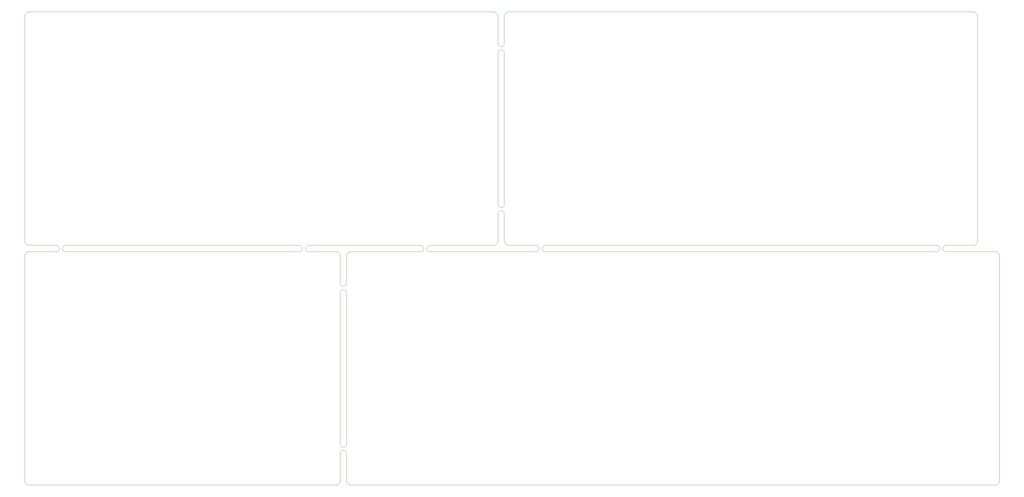
<source format=gbr>
G75*
G70*
%OFA0B0*%
%FSLAX24Y24*%
%IPPOS*%
%LPD*%
%AMOC8*
5,1,8,0,0,1.08239X$1,22.5*
%
%ADD10C,0.0039*%
D10*
X005087Y003472D02*
X043276Y003472D01*
X043322Y003474D01*
X043368Y003479D01*
X043414Y003488D01*
X043459Y003501D01*
X043502Y003517D01*
X043544Y003536D01*
X043585Y003559D01*
X043623Y003585D01*
X043660Y003614D01*
X043694Y003645D01*
X043725Y003679D01*
X043754Y003716D01*
X043780Y003754D01*
X043803Y003795D01*
X043822Y003837D01*
X043838Y003880D01*
X043851Y003925D01*
X043860Y003971D01*
X043865Y004017D01*
X043867Y004063D01*
X043866Y004063D02*
X043866Y007409D01*
X044260Y007803D02*
X044299Y007801D01*
X044337Y007795D01*
X044374Y007786D01*
X044411Y007773D01*
X044446Y007756D01*
X044479Y007737D01*
X044510Y007714D01*
X044539Y007688D01*
X044565Y007659D01*
X044588Y007628D01*
X044607Y007595D01*
X044624Y007560D01*
X044637Y007523D01*
X044646Y007486D01*
X044652Y007448D01*
X044654Y007409D01*
X044654Y004063D01*
X044653Y004063D02*
X044655Y004017D01*
X044660Y003971D01*
X044669Y003925D01*
X044682Y003880D01*
X044698Y003837D01*
X044717Y003795D01*
X044740Y003754D01*
X044766Y003716D01*
X044795Y003679D01*
X044826Y003645D01*
X044860Y003614D01*
X044897Y003585D01*
X044935Y003559D01*
X044976Y003536D01*
X045018Y003517D01*
X045061Y003501D01*
X045106Y003488D01*
X045152Y003479D01*
X045198Y003474D01*
X045244Y003472D01*
X125559Y003472D01*
X125605Y003474D01*
X125651Y003479D01*
X125697Y003488D01*
X125742Y003501D01*
X125785Y003517D01*
X125827Y003536D01*
X125868Y003559D01*
X125906Y003585D01*
X125943Y003614D01*
X125977Y003645D01*
X126008Y003679D01*
X126037Y003716D01*
X126063Y003754D01*
X126086Y003795D01*
X126105Y003837D01*
X126121Y003880D01*
X126134Y003925D01*
X126143Y003971D01*
X126148Y004017D01*
X126150Y004063D01*
X126150Y032015D01*
X126148Y032061D01*
X126143Y032107D01*
X126134Y032153D01*
X126121Y032198D01*
X126105Y032241D01*
X126086Y032283D01*
X126063Y032324D01*
X126037Y032362D01*
X126008Y032399D01*
X125977Y032433D01*
X125943Y032464D01*
X125906Y032493D01*
X125868Y032519D01*
X125827Y032542D01*
X125785Y032561D01*
X125742Y032577D01*
X125697Y032590D01*
X125651Y032599D01*
X125605Y032604D01*
X125559Y032606D01*
X119457Y032606D01*
X119063Y033000D02*
X119065Y033039D01*
X119071Y033077D01*
X119080Y033114D01*
X119093Y033151D01*
X119110Y033186D01*
X119129Y033219D01*
X119152Y033250D01*
X119178Y033279D01*
X119207Y033305D01*
X119238Y033328D01*
X119271Y033347D01*
X119306Y033364D01*
X119343Y033377D01*
X119380Y033386D01*
X119418Y033392D01*
X119457Y033394D01*
X119457Y033393D02*
X122803Y033393D01*
X122849Y033395D01*
X122895Y033400D01*
X122941Y033409D01*
X122986Y033422D01*
X123029Y033438D01*
X123071Y033457D01*
X123112Y033480D01*
X123150Y033506D01*
X123187Y033535D01*
X123221Y033566D01*
X123252Y033600D01*
X123281Y033637D01*
X123307Y033675D01*
X123330Y033716D01*
X123349Y033758D01*
X123365Y033801D01*
X123378Y033846D01*
X123387Y033892D01*
X123392Y033938D01*
X123394Y033984D01*
X123394Y061937D01*
X123392Y061983D01*
X123387Y062029D01*
X123378Y062075D01*
X123365Y062120D01*
X123349Y062163D01*
X123330Y062205D01*
X123307Y062246D01*
X123281Y062284D01*
X123252Y062321D01*
X123221Y062355D01*
X123187Y062386D01*
X123150Y062415D01*
X123112Y062441D01*
X123071Y062464D01*
X123029Y062483D01*
X122986Y062499D01*
X122941Y062512D01*
X122895Y062521D01*
X122849Y062526D01*
X122803Y062528D01*
X122803Y062527D02*
X064929Y062527D01*
X064929Y062528D02*
X064883Y062526D01*
X064837Y062521D01*
X064791Y062512D01*
X064746Y062499D01*
X064703Y062483D01*
X064661Y062464D01*
X064620Y062441D01*
X064582Y062415D01*
X064545Y062386D01*
X064511Y062355D01*
X064480Y062321D01*
X064451Y062284D01*
X064425Y062246D01*
X064402Y062205D01*
X064383Y062163D01*
X064367Y062120D01*
X064354Y062075D01*
X064345Y062029D01*
X064340Y061983D01*
X064338Y061937D01*
X064339Y061937D02*
X064339Y058590D01*
X063945Y058196D02*
X063906Y058198D01*
X063868Y058204D01*
X063831Y058213D01*
X063794Y058226D01*
X063759Y058243D01*
X063726Y058262D01*
X063695Y058285D01*
X063666Y058311D01*
X063640Y058340D01*
X063617Y058371D01*
X063598Y058404D01*
X063581Y058439D01*
X063568Y058476D01*
X063559Y058513D01*
X063553Y058551D01*
X063551Y058590D01*
X063551Y061937D01*
X063552Y061937D02*
X063550Y061983D01*
X063545Y062029D01*
X063536Y062075D01*
X063523Y062120D01*
X063507Y062163D01*
X063488Y062205D01*
X063465Y062246D01*
X063439Y062284D01*
X063410Y062321D01*
X063379Y062355D01*
X063345Y062386D01*
X063308Y062415D01*
X063270Y062441D01*
X063229Y062464D01*
X063187Y062483D01*
X063144Y062499D01*
X063099Y062512D01*
X063053Y062521D01*
X063007Y062526D01*
X062961Y062528D01*
X062961Y062527D02*
X005087Y062527D01*
X005087Y062528D02*
X005041Y062526D01*
X004995Y062521D01*
X004949Y062512D01*
X004904Y062499D01*
X004861Y062483D01*
X004819Y062464D01*
X004778Y062441D01*
X004740Y062415D01*
X004703Y062386D01*
X004669Y062355D01*
X004638Y062321D01*
X004609Y062284D01*
X004583Y062246D01*
X004560Y062205D01*
X004541Y062163D01*
X004525Y062120D01*
X004512Y062075D01*
X004503Y062029D01*
X004498Y061983D01*
X004496Y061937D01*
X004496Y033984D01*
X004498Y033938D01*
X004503Y033892D01*
X004512Y033846D01*
X004525Y033801D01*
X004541Y033758D01*
X004560Y033716D01*
X004583Y033675D01*
X004609Y033637D01*
X004638Y033600D01*
X004669Y033566D01*
X004703Y033535D01*
X004740Y033506D01*
X004778Y033480D01*
X004819Y033457D01*
X004861Y033438D01*
X004904Y033422D01*
X004949Y033409D01*
X004995Y033400D01*
X005041Y033395D01*
X005087Y033393D01*
X008433Y033393D01*
X008827Y033000D02*
X008825Y032961D01*
X008819Y032923D01*
X008810Y032886D01*
X008797Y032849D01*
X008780Y032814D01*
X008761Y032781D01*
X008738Y032750D01*
X008712Y032721D01*
X008683Y032695D01*
X008652Y032672D01*
X008619Y032653D01*
X008584Y032636D01*
X008547Y032623D01*
X008510Y032614D01*
X008472Y032608D01*
X008433Y032606D01*
X005087Y032606D01*
X005041Y032604D01*
X004995Y032599D01*
X004949Y032590D01*
X004904Y032577D01*
X004861Y032561D01*
X004819Y032542D01*
X004778Y032519D01*
X004740Y032493D01*
X004703Y032464D01*
X004669Y032433D01*
X004638Y032399D01*
X004609Y032362D01*
X004583Y032324D01*
X004560Y032283D01*
X004541Y032241D01*
X004525Y032198D01*
X004512Y032153D01*
X004503Y032107D01*
X004498Y032061D01*
X004496Y032015D01*
X004496Y004063D01*
X004498Y004017D01*
X004503Y003971D01*
X004512Y003925D01*
X004525Y003880D01*
X004541Y003837D01*
X004560Y003795D01*
X004583Y003754D01*
X004609Y003716D01*
X004638Y003679D01*
X004669Y003645D01*
X004703Y003614D01*
X004740Y003585D01*
X004778Y003559D01*
X004819Y003536D01*
X004861Y003517D01*
X004904Y003501D01*
X004949Y003488D01*
X004995Y003479D01*
X005041Y003474D01*
X005087Y003472D01*
X043866Y008590D02*
X043866Y027488D01*
X044260Y027882D02*
X044299Y027880D01*
X044337Y027874D01*
X044374Y027865D01*
X044411Y027852D01*
X044446Y027835D01*
X044479Y027816D01*
X044510Y027793D01*
X044539Y027767D01*
X044565Y027738D01*
X044588Y027707D01*
X044607Y027674D01*
X044624Y027639D01*
X044637Y027602D01*
X044646Y027565D01*
X044652Y027527D01*
X044654Y027488D01*
X044654Y008590D01*
X044260Y008196D02*
X044221Y008198D01*
X044183Y008204D01*
X044146Y008213D01*
X044109Y008226D01*
X044074Y008243D01*
X044041Y008262D01*
X044010Y008285D01*
X043981Y008311D01*
X043955Y008340D01*
X043932Y008371D01*
X043913Y008404D01*
X043896Y008439D01*
X043883Y008476D01*
X043874Y008513D01*
X043868Y008551D01*
X043866Y008590D01*
X044260Y008196D02*
X044299Y008198D01*
X044337Y008204D01*
X044374Y008213D01*
X044411Y008226D01*
X044446Y008243D01*
X044479Y008262D01*
X044510Y008285D01*
X044539Y008311D01*
X044565Y008340D01*
X044588Y008371D01*
X044607Y008404D01*
X044624Y008439D01*
X044637Y008476D01*
X044646Y008513D01*
X044652Y008551D01*
X044654Y008590D01*
X044260Y007803D02*
X044221Y007801D01*
X044183Y007795D01*
X044146Y007786D01*
X044109Y007773D01*
X044074Y007756D01*
X044041Y007737D01*
X044010Y007714D01*
X043981Y007688D01*
X043955Y007659D01*
X043932Y007628D01*
X043913Y007595D01*
X043896Y007560D01*
X043883Y007523D01*
X043874Y007486D01*
X043868Y007448D01*
X043866Y007409D01*
X043866Y027488D02*
X043868Y027527D01*
X043874Y027565D01*
X043883Y027602D01*
X043896Y027639D01*
X043913Y027674D01*
X043932Y027707D01*
X043955Y027738D01*
X043981Y027767D01*
X044010Y027793D01*
X044041Y027816D01*
X044074Y027835D01*
X044109Y027852D01*
X044146Y027865D01*
X044183Y027874D01*
X044221Y027880D01*
X044260Y027882D01*
X044260Y028275D02*
X044221Y028277D01*
X044183Y028283D01*
X044146Y028292D01*
X044109Y028305D01*
X044074Y028322D01*
X044041Y028341D01*
X044010Y028364D01*
X043981Y028390D01*
X043955Y028419D01*
X043932Y028450D01*
X043913Y028483D01*
X043896Y028518D01*
X043883Y028555D01*
X043874Y028592D01*
X043868Y028630D01*
X043866Y028669D01*
X043866Y032015D01*
X043867Y032015D02*
X043865Y032061D01*
X043860Y032107D01*
X043851Y032153D01*
X043838Y032198D01*
X043822Y032241D01*
X043803Y032283D01*
X043780Y032324D01*
X043754Y032362D01*
X043725Y032399D01*
X043694Y032433D01*
X043660Y032464D01*
X043623Y032493D01*
X043585Y032519D01*
X043544Y032542D01*
X043502Y032561D01*
X043459Y032577D01*
X043414Y032590D01*
X043368Y032599D01*
X043322Y032604D01*
X043276Y032606D01*
X039929Y032606D01*
X039535Y033000D02*
X039537Y033039D01*
X039543Y033077D01*
X039552Y033114D01*
X039565Y033151D01*
X039582Y033186D01*
X039601Y033219D01*
X039624Y033250D01*
X039650Y033279D01*
X039679Y033305D01*
X039710Y033328D01*
X039743Y033347D01*
X039778Y033364D01*
X039815Y033377D01*
X039852Y033386D01*
X039890Y033392D01*
X039929Y033394D01*
X039929Y033393D02*
X053906Y033393D01*
X054300Y033000D02*
X054298Y032961D01*
X054292Y032923D01*
X054283Y032886D01*
X054270Y032849D01*
X054253Y032814D01*
X054234Y032781D01*
X054211Y032750D01*
X054185Y032721D01*
X054156Y032695D01*
X054125Y032672D01*
X054092Y032653D01*
X054057Y032636D01*
X054020Y032623D01*
X053983Y032614D01*
X053945Y032608D01*
X053906Y032606D01*
X045244Y032606D01*
X045198Y032604D01*
X045152Y032599D01*
X045106Y032590D01*
X045061Y032577D01*
X045018Y032561D01*
X044976Y032542D01*
X044935Y032519D01*
X044897Y032493D01*
X044860Y032464D01*
X044826Y032433D01*
X044795Y032399D01*
X044766Y032362D01*
X044740Y032324D01*
X044717Y032283D01*
X044698Y032241D01*
X044682Y032198D01*
X044669Y032153D01*
X044660Y032107D01*
X044655Y032061D01*
X044653Y032015D01*
X044654Y032015D02*
X044654Y028669D01*
X044652Y028630D01*
X044646Y028592D01*
X044637Y028555D01*
X044624Y028518D01*
X044607Y028483D01*
X044588Y028450D01*
X044565Y028419D01*
X044539Y028390D01*
X044510Y028364D01*
X044479Y028341D01*
X044446Y028322D01*
X044411Y028305D01*
X044374Y028292D01*
X044337Y028283D01*
X044299Y028277D01*
X044260Y028275D01*
X038748Y032606D02*
X009614Y032606D01*
X009220Y033000D02*
X009222Y033039D01*
X009228Y033077D01*
X009237Y033114D01*
X009250Y033151D01*
X009267Y033186D01*
X009286Y033219D01*
X009309Y033250D01*
X009335Y033279D01*
X009364Y033305D01*
X009395Y033328D01*
X009428Y033347D01*
X009463Y033364D01*
X009500Y033377D01*
X009537Y033386D01*
X009575Y033392D01*
X009614Y033394D01*
X009614Y033393D02*
X038748Y033393D01*
X039142Y033000D02*
X039140Y032961D01*
X039134Y032923D01*
X039125Y032886D01*
X039112Y032849D01*
X039095Y032814D01*
X039076Y032781D01*
X039053Y032750D01*
X039027Y032721D01*
X038998Y032695D01*
X038967Y032672D01*
X038934Y032653D01*
X038899Y032636D01*
X038862Y032623D01*
X038825Y032614D01*
X038787Y032608D01*
X038748Y032606D01*
X039142Y033000D02*
X039140Y033039D01*
X039134Y033077D01*
X039125Y033114D01*
X039112Y033151D01*
X039095Y033186D01*
X039076Y033219D01*
X039053Y033250D01*
X039027Y033279D01*
X038998Y033305D01*
X038967Y033328D01*
X038934Y033347D01*
X038899Y033364D01*
X038862Y033377D01*
X038825Y033386D01*
X038787Y033392D01*
X038748Y033394D01*
X039535Y033000D02*
X039537Y032961D01*
X039543Y032923D01*
X039552Y032886D01*
X039565Y032849D01*
X039582Y032814D01*
X039601Y032781D01*
X039624Y032750D01*
X039650Y032721D01*
X039679Y032695D01*
X039710Y032672D01*
X039743Y032653D01*
X039778Y032636D01*
X039815Y032623D01*
X039852Y032614D01*
X039890Y032608D01*
X039929Y032606D01*
X053906Y033394D02*
X053945Y033392D01*
X053983Y033386D01*
X054020Y033377D01*
X054057Y033364D01*
X054092Y033347D01*
X054125Y033328D01*
X054156Y033305D01*
X054185Y033279D01*
X054211Y033250D01*
X054234Y033219D01*
X054253Y033186D01*
X054270Y033151D01*
X054283Y033114D01*
X054292Y033077D01*
X054298Y033039D01*
X054300Y033000D01*
X054693Y033000D02*
X054695Y033039D01*
X054701Y033077D01*
X054710Y033114D01*
X054723Y033151D01*
X054740Y033186D01*
X054759Y033219D01*
X054782Y033250D01*
X054808Y033279D01*
X054837Y033305D01*
X054868Y033328D01*
X054901Y033347D01*
X054936Y033364D01*
X054973Y033377D01*
X055010Y033386D01*
X055048Y033392D01*
X055087Y033394D01*
X055087Y033393D02*
X062961Y033393D01*
X063007Y033395D01*
X063053Y033400D01*
X063099Y033409D01*
X063144Y033422D01*
X063187Y033438D01*
X063229Y033457D01*
X063270Y033480D01*
X063308Y033506D01*
X063345Y033535D01*
X063379Y033566D01*
X063410Y033600D01*
X063439Y033637D01*
X063465Y033675D01*
X063488Y033716D01*
X063507Y033758D01*
X063523Y033801D01*
X063536Y033846D01*
X063545Y033892D01*
X063550Y033938D01*
X063552Y033984D01*
X063551Y033984D02*
X063551Y037330D01*
X063945Y037724D02*
X063984Y037722D01*
X064022Y037716D01*
X064059Y037707D01*
X064096Y037694D01*
X064131Y037677D01*
X064164Y037658D01*
X064195Y037635D01*
X064224Y037609D01*
X064250Y037580D01*
X064273Y037549D01*
X064292Y037516D01*
X064309Y037481D01*
X064322Y037444D01*
X064331Y037407D01*
X064337Y037369D01*
X064339Y037330D01*
X064339Y033984D01*
X064338Y033984D02*
X064340Y033938D01*
X064345Y033892D01*
X064354Y033846D01*
X064367Y033801D01*
X064383Y033758D01*
X064402Y033716D01*
X064425Y033675D01*
X064451Y033637D01*
X064480Y033600D01*
X064511Y033566D01*
X064545Y033535D01*
X064582Y033506D01*
X064620Y033480D01*
X064661Y033457D01*
X064703Y033438D01*
X064746Y033422D01*
X064791Y033409D01*
X064837Y033400D01*
X064883Y033395D01*
X064929Y033393D01*
X068276Y033393D01*
X068670Y033000D02*
X068668Y032961D01*
X068662Y032923D01*
X068653Y032886D01*
X068640Y032849D01*
X068623Y032814D01*
X068604Y032781D01*
X068581Y032750D01*
X068555Y032721D01*
X068526Y032695D01*
X068495Y032672D01*
X068462Y032653D01*
X068427Y032636D01*
X068390Y032623D01*
X068353Y032614D01*
X068315Y032608D01*
X068276Y032606D01*
X055087Y032606D01*
X055048Y032608D01*
X055010Y032614D01*
X054973Y032623D01*
X054936Y032636D01*
X054901Y032653D01*
X054868Y032672D01*
X054837Y032695D01*
X054808Y032721D01*
X054782Y032750D01*
X054759Y032781D01*
X054740Y032814D01*
X054723Y032849D01*
X054710Y032886D01*
X054701Y032923D01*
X054695Y032961D01*
X054693Y033000D01*
X063551Y037330D02*
X063553Y037369D01*
X063559Y037407D01*
X063568Y037444D01*
X063581Y037481D01*
X063598Y037516D01*
X063617Y037549D01*
X063640Y037580D01*
X063666Y037609D01*
X063695Y037635D01*
X063726Y037658D01*
X063759Y037677D01*
X063794Y037694D01*
X063831Y037707D01*
X063868Y037716D01*
X063906Y037722D01*
X063945Y037724D01*
X063945Y038117D02*
X063906Y038119D01*
X063868Y038125D01*
X063831Y038134D01*
X063794Y038147D01*
X063759Y038164D01*
X063726Y038183D01*
X063695Y038206D01*
X063666Y038232D01*
X063640Y038261D01*
X063617Y038292D01*
X063598Y038325D01*
X063581Y038360D01*
X063568Y038397D01*
X063559Y038434D01*
X063553Y038472D01*
X063551Y038511D01*
X063551Y057409D01*
X063945Y057803D02*
X063984Y057801D01*
X064022Y057795D01*
X064059Y057786D01*
X064096Y057773D01*
X064131Y057756D01*
X064164Y057737D01*
X064195Y057714D01*
X064224Y057688D01*
X064250Y057659D01*
X064273Y057628D01*
X064292Y057595D01*
X064309Y057560D01*
X064322Y057523D01*
X064331Y057486D01*
X064337Y057448D01*
X064339Y057409D01*
X064339Y038511D01*
X064337Y038472D01*
X064331Y038434D01*
X064322Y038397D01*
X064309Y038360D01*
X064292Y038325D01*
X064273Y038292D01*
X064250Y038261D01*
X064224Y038232D01*
X064195Y038206D01*
X064164Y038183D01*
X064131Y038164D01*
X064096Y038147D01*
X064059Y038134D01*
X064022Y038125D01*
X063984Y038119D01*
X063945Y038117D01*
X069457Y033393D02*
X118276Y033393D01*
X118670Y033000D02*
X118668Y032961D01*
X118662Y032923D01*
X118653Y032886D01*
X118640Y032849D01*
X118623Y032814D01*
X118604Y032781D01*
X118581Y032750D01*
X118555Y032721D01*
X118526Y032695D01*
X118495Y032672D01*
X118462Y032653D01*
X118427Y032636D01*
X118390Y032623D01*
X118353Y032614D01*
X118315Y032608D01*
X118276Y032606D01*
X069457Y032606D01*
X069063Y033000D02*
X069065Y033039D01*
X069071Y033077D01*
X069080Y033114D01*
X069093Y033151D01*
X069110Y033186D01*
X069129Y033219D01*
X069152Y033250D01*
X069178Y033279D01*
X069207Y033305D01*
X069238Y033328D01*
X069271Y033347D01*
X069306Y033364D01*
X069343Y033377D01*
X069380Y033386D01*
X069418Y033392D01*
X069457Y033394D01*
X069063Y033000D02*
X069065Y032961D01*
X069071Y032923D01*
X069080Y032886D01*
X069093Y032849D01*
X069110Y032814D01*
X069129Y032781D01*
X069152Y032750D01*
X069178Y032721D01*
X069207Y032695D01*
X069238Y032672D01*
X069271Y032653D01*
X069306Y032636D01*
X069343Y032623D01*
X069380Y032614D01*
X069418Y032608D01*
X069457Y032606D01*
X068670Y033000D02*
X068668Y033039D01*
X068662Y033077D01*
X068653Y033114D01*
X068640Y033151D01*
X068623Y033186D01*
X068604Y033219D01*
X068581Y033250D01*
X068555Y033279D01*
X068526Y033305D01*
X068495Y033328D01*
X068462Y033347D01*
X068427Y033364D01*
X068390Y033377D01*
X068353Y033386D01*
X068315Y033392D01*
X068276Y033394D01*
X063551Y057409D02*
X063553Y057448D01*
X063559Y057486D01*
X063568Y057523D01*
X063581Y057560D01*
X063598Y057595D01*
X063617Y057628D01*
X063640Y057659D01*
X063666Y057688D01*
X063695Y057714D01*
X063726Y057737D01*
X063759Y057756D01*
X063794Y057773D01*
X063831Y057786D01*
X063868Y057795D01*
X063906Y057801D01*
X063945Y057803D01*
X063945Y058196D02*
X063984Y058198D01*
X064022Y058204D01*
X064059Y058213D01*
X064096Y058226D01*
X064131Y058243D01*
X064164Y058262D01*
X064195Y058285D01*
X064224Y058311D01*
X064250Y058340D01*
X064273Y058371D01*
X064292Y058404D01*
X064309Y058439D01*
X064322Y058476D01*
X064331Y058513D01*
X064337Y058551D01*
X064339Y058590D01*
X118276Y033394D02*
X118315Y033392D01*
X118353Y033386D01*
X118390Y033377D01*
X118427Y033364D01*
X118462Y033347D01*
X118495Y033328D01*
X118526Y033305D01*
X118555Y033279D01*
X118581Y033250D01*
X118604Y033219D01*
X118623Y033186D01*
X118640Y033151D01*
X118653Y033114D01*
X118662Y033077D01*
X118668Y033039D01*
X118670Y033000D01*
X119063Y033000D02*
X119065Y032961D01*
X119071Y032923D01*
X119080Y032886D01*
X119093Y032849D01*
X119110Y032814D01*
X119129Y032781D01*
X119152Y032750D01*
X119178Y032721D01*
X119207Y032695D01*
X119238Y032672D01*
X119271Y032653D01*
X119306Y032636D01*
X119343Y032623D01*
X119380Y032614D01*
X119418Y032608D01*
X119457Y032606D01*
X009614Y032606D02*
X009575Y032608D01*
X009537Y032614D01*
X009500Y032623D01*
X009463Y032636D01*
X009428Y032653D01*
X009395Y032672D01*
X009364Y032695D01*
X009335Y032721D01*
X009309Y032750D01*
X009286Y032781D01*
X009267Y032814D01*
X009250Y032849D01*
X009237Y032886D01*
X009228Y032923D01*
X009222Y032961D01*
X009220Y033000D01*
X008827Y033000D02*
X008825Y033039D01*
X008819Y033077D01*
X008810Y033114D01*
X008797Y033151D01*
X008780Y033186D01*
X008761Y033219D01*
X008738Y033250D01*
X008712Y033279D01*
X008683Y033305D01*
X008652Y033328D01*
X008619Y033347D01*
X008584Y033364D01*
X008547Y033377D01*
X008510Y033386D01*
X008472Y033392D01*
X008433Y033394D01*
M02*

</source>
